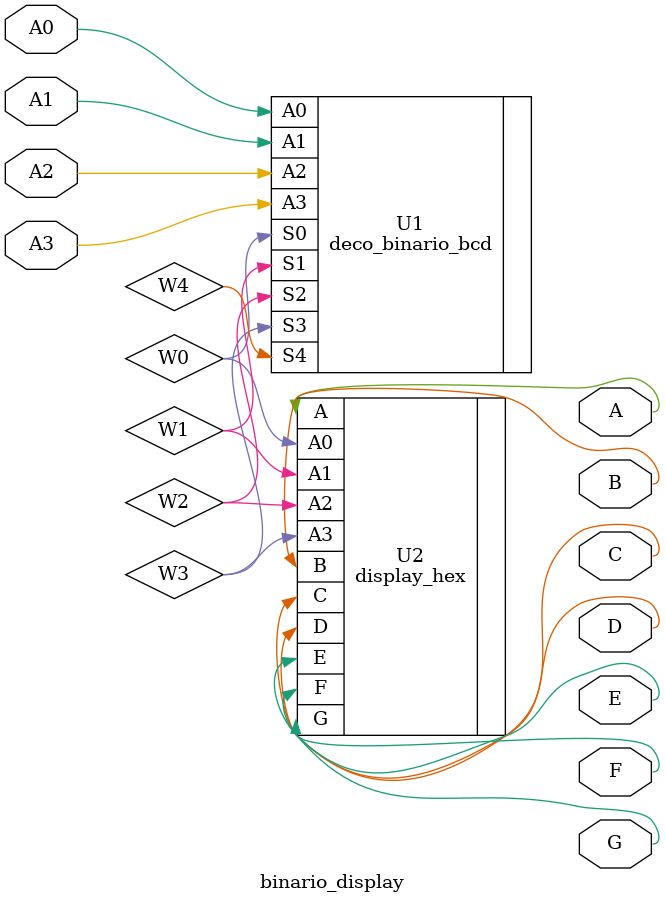
<source format=sv>
/*

Este modulo permite pasar de una representacion en binario de 4 bits a una
representacion hexadecimal en un display de 7 segmentos de la FPGA

*/
module binario_display (A3, A2, A1, A0, A, B, C, D, E, F, G);
	
	// Definicion de entardas y salidas
  input logic A3, A2, A1, A0;
  output logic A, B, C, D, E, F, G;
  
  // Cables intermedios
  logic W4, W3, W2, W1, W0;
  
  // Modelo estructural para unir los dos modulos del design
  deco_binario_bcd U1(.A3(A3), .A2(A2), .A1(A1), .A0(A0), .S4(W4), .S3(W3), .S2(W2), .S1(W1), .S0(W0));
  display_hex U2(.A3(W3), .A2(W2), .A1(W1), .A0(W0), .A(A), .B(B), .C(C), .D(D), .E(E), .F(F), .G(G));
  
endmodule

</source>
